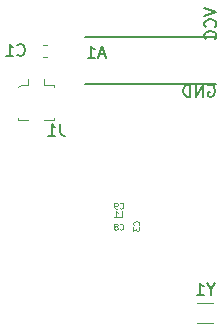
<source format=gbo>
G04 #@! TF.GenerationSoftware,KiCad,Pcbnew,5.0.0+dfsg1-2*
G04 #@! TF.CreationDate,2018-09-16T15:45:03-04:00*
G04 #@! TF.ProjectId,goodwatch30,676F6F64776174636833302E6B696361,30*
G04 #@! TF.SameCoordinates,Original*
G04 #@! TF.FileFunction,Legend,Bot*
G04 #@! TF.FilePolarity,Positive*
%FSLAX46Y46*%
G04 Gerber Fmt 4.6, Leading zero omitted, Abs format (unit mm)*
G04 Created by KiCad (PCBNEW 5.0.0+dfsg1-2) date Sun Sep 16 15:45:03 2018*
%MOMM*%
%LPD*%
G01*
G04 APERTURE LIST*
%ADD10C,0.120000*%
%ADD11C,0.150000*%
%ADD12C,0.125000*%
G04 APERTURE END LIST*
D10*
G04 #@! TO.C,J1*
X100500000Y-65550000D02*
X100500000Y-65050000D01*
X99100000Y-65550000D02*
X99100000Y-65050000D01*
X99100000Y-65550000D02*
X98500000Y-65550000D01*
X98500000Y-65550000D02*
X98300000Y-65750000D01*
X101300000Y-65750000D02*
X101300000Y-65550000D01*
X101300000Y-65550000D02*
X100500000Y-65550000D01*
X100500000Y-68550000D02*
X101300000Y-68550000D01*
X101300000Y-68550000D02*
X101300000Y-68350000D01*
X98300000Y-68350000D02*
X98300000Y-68550000D01*
X98300000Y-68550000D02*
X99100000Y-68550000D01*
D11*
G04 #@! TO.C,A1*
X103900000Y-65500000D02*
X115000000Y-65500000D01*
X103900000Y-61500000D02*
X115000000Y-61500000D01*
D10*
G04 #@! TO.C,C1*
X100374221Y-63161000D02*
X100699779Y-63161000D01*
X100374221Y-62141000D02*
X100699779Y-62141000D01*
G04 #@! TO.C,Y1*
X114801000Y-85751000D02*
X113451000Y-85751000D01*
X114801000Y-84001000D02*
X113451000Y-84001000D01*
G04 #@! TO.C,C8*
D12*
X106883333Y-77778571D02*
X106907142Y-77802380D01*
X106978571Y-77826190D01*
X107026190Y-77826190D01*
X107097619Y-77802380D01*
X107145238Y-77754761D01*
X107169047Y-77707142D01*
X107192857Y-77611904D01*
X107192857Y-77540476D01*
X107169047Y-77445238D01*
X107145238Y-77397619D01*
X107097619Y-77350000D01*
X107026190Y-77326190D01*
X106978571Y-77326190D01*
X106907142Y-77350000D01*
X106883333Y-77373809D01*
X106597619Y-77540476D02*
X106645238Y-77516666D01*
X106669047Y-77492857D01*
X106692857Y-77445238D01*
X106692857Y-77421428D01*
X106669047Y-77373809D01*
X106645238Y-77350000D01*
X106597619Y-77326190D01*
X106502380Y-77326190D01*
X106454761Y-77350000D01*
X106430952Y-77373809D01*
X106407142Y-77421428D01*
X106407142Y-77445238D01*
X106430952Y-77492857D01*
X106454761Y-77516666D01*
X106502380Y-77540476D01*
X106597619Y-77540476D01*
X106645238Y-77564285D01*
X106669047Y-77588095D01*
X106692857Y-77635714D01*
X106692857Y-77730952D01*
X106669047Y-77778571D01*
X106645238Y-77802380D01*
X106597619Y-77826190D01*
X106502380Y-77826190D01*
X106454761Y-77802380D01*
X106430952Y-77778571D01*
X106407142Y-77730952D01*
X106407142Y-77635714D01*
X106430952Y-77588095D01*
X106454761Y-77564285D01*
X106502380Y-77540476D01*
G04 #@! TO.C,C9*
X106883333Y-75978571D02*
X106907142Y-76002380D01*
X106978571Y-76026190D01*
X107026190Y-76026190D01*
X107097619Y-76002380D01*
X107145238Y-75954761D01*
X107169047Y-75907142D01*
X107192857Y-75811904D01*
X107192857Y-75740476D01*
X107169047Y-75645238D01*
X107145238Y-75597619D01*
X107097619Y-75550000D01*
X107026190Y-75526190D01*
X106978571Y-75526190D01*
X106907142Y-75550000D01*
X106883333Y-75573809D01*
X106645238Y-76026190D02*
X106550000Y-76026190D01*
X106502380Y-76002380D01*
X106478571Y-75978571D01*
X106430952Y-75907142D01*
X106407142Y-75811904D01*
X106407142Y-75621428D01*
X106430952Y-75573809D01*
X106454761Y-75550000D01*
X106502380Y-75526190D01*
X106597619Y-75526190D01*
X106645238Y-75550000D01*
X106669047Y-75573809D01*
X106692857Y-75621428D01*
X106692857Y-75740476D01*
X106669047Y-75788095D01*
X106645238Y-75811904D01*
X106597619Y-75835714D01*
X106502380Y-75835714D01*
X106454761Y-75811904D01*
X106430952Y-75788095D01*
X106407142Y-75740476D01*
G04 #@! TO.C,C3*
X108478571Y-77416666D02*
X108502380Y-77392857D01*
X108526190Y-77321428D01*
X108526190Y-77273809D01*
X108502380Y-77202380D01*
X108454761Y-77154761D01*
X108407142Y-77130952D01*
X108311904Y-77107142D01*
X108240476Y-77107142D01*
X108145238Y-77130952D01*
X108097619Y-77154761D01*
X108050000Y-77202380D01*
X108026190Y-77273809D01*
X108026190Y-77321428D01*
X108050000Y-77392857D01*
X108073809Y-77416666D01*
X108026190Y-77583333D02*
X108026190Y-77892857D01*
X108216666Y-77726190D01*
X108216666Y-77797619D01*
X108240476Y-77845238D01*
X108264285Y-77869047D01*
X108311904Y-77892857D01*
X108430952Y-77892857D01*
X108478571Y-77869047D01*
X108502380Y-77845238D01*
X108526190Y-77797619D01*
X108526190Y-77654761D01*
X108502380Y-77607142D01*
X108478571Y-77583333D01*
G04 #@! TO.C,BRD1*
D11*
X114052380Y-59066666D02*
X115052380Y-59400000D01*
X114052380Y-59733333D01*
X114957142Y-60638095D02*
X115004761Y-60590476D01*
X115052380Y-60447619D01*
X115052380Y-60352380D01*
X115004761Y-60209523D01*
X114909523Y-60114285D01*
X114814285Y-60066666D01*
X114623809Y-60019047D01*
X114480952Y-60019047D01*
X114290476Y-60066666D01*
X114195238Y-60114285D01*
X114100000Y-60209523D01*
X114052380Y-60352380D01*
X114052380Y-60447619D01*
X114100000Y-60590476D01*
X114147619Y-60638095D01*
X114957142Y-61638095D02*
X115004761Y-61590476D01*
X115052380Y-61447619D01*
X115052380Y-61352380D01*
X115004761Y-61209523D01*
X114909523Y-61114285D01*
X114814285Y-61066666D01*
X114623809Y-61019047D01*
X114480952Y-61019047D01*
X114290476Y-61066666D01*
X114195238Y-61114285D01*
X114100000Y-61209523D01*
X114052380Y-61352380D01*
X114052380Y-61447619D01*
X114100000Y-61590476D01*
X114147619Y-61638095D01*
X114361904Y-65600000D02*
X114457142Y-65552380D01*
X114600000Y-65552380D01*
X114742857Y-65600000D01*
X114838095Y-65695238D01*
X114885714Y-65790476D01*
X114933333Y-65980952D01*
X114933333Y-66123809D01*
X114885714Y-66314285D01*
X114838095Y-66409523D01*
X114742857Y-66504761D01*
X114600000Y-66552380D01*
X114504761Y-66552380D01*
X114361904Y-66504761D01*
X114314285Y-66457142D01*
X114314285Y-66123809D01*
X114504761Y-66123809D01*
X113885714Y-66552380D02*
X113885714Y-65552380D01*
X113314285Y-66552380D01*
X113314285Y-65552380D01*
X112838095Y-66552380D02*
X112838095Y-65552380D01*
X112600000Y-65552380D01*
X112457142Y-65600000D01*
X112361904Y-65695238D01*
X112314285Y-65790476D01*
X112266666Y-65980952D01*
X112266666Y-66123809D01*
X112314285Y-66314285D01*
X112361904Y-66409523D01*
X112457142Y-66504761D01*
X112600000Y-66552380D01*
X112838095Y-66552380D01*
G04 #@! TO.C,J1*
X101833333Y-68852380D02*
X101833333Y-69566666D01*
X101880952Y-69709523D01*
X101976190Y-69804761D01*
X102119047Y-69852380D01*
X102214285Y-69852380D01*
X100833333Y-69852380D02*
X101404761Y-69852380D01*
X101119047Y-69852380D02*
X101119047Y-68852380D01*
X101214285Y-68995238D01*
X101309523Y-69090476D01*
X101404761Y-69138095D01*
G04 #@! TO.C,A1*
X105614285Y-62966666D02*
X105138095Y-62966666D01*
X105709523Y-63252380D02*
X105376190Y-62252380D01*
X105042857Y-63252380D01*
X104185714Y-63252380D02*
X104757142Y-63252380D01*
X104471428Y-63252380D02*
X104471428Y-62252380D01*
X104566666Y-62395238D01*
X104661904Y-62490476D01*
X104757142Y-62538095D01*
G04 #@! TO.C,C1*
X98216666Y-63007142D02*
X98264285Y-63054761D01*
X98407142Y-63102380D01*
X98502380Y-63102380D01*
X98645238Y-63054761D01*
X98740476Y-62959523D01*
X98788095Y-62864285D01*
X98835714Y-62673809D01*
X98835714Y-62530952D01*
X98788095Y-62340476D01*
X98740476Y-62245238D01*
X98645238Y-62150000D01*
X98502380Y-62102380D01*
X98407142Y-62102380D01*
X98264285Y-62150000D01*
X98216666Y-62197619D01*
X97264285Y-63102380D02*
X97835714Y-63102380D01*
X97550000Y-63102380D02*
X97550000Y-62102380D01*
X97645238Y-62245238D01*
X97740476Y-62340476D01*
X97835714Y-62388095D01*
G04 #@! TO.C,L1*
D12*
X106835333Y-76726190D02*
X107073428Y-76726190D01*
X107073428Y-76226190D01*
X106406761Y-76726190D02*
X106692476Y-76726190D01*
X106549619Y-76726190D02*
X106549619Y-76226190D01*
X106597238Y-76297619D01*
X106644857Y-76345238D01*
X106692476Y-76369047D01*
G04 #@! TO.C,Y1*
D11*
X114602190Y-82852190D02*
X114602190Y-83328380D01*
X114935523Y-82328380D02*
X114602190Y-82852190D01*
X114268857Y-82328380D01*
X113411714Y-83328380D02*
X113983142Y-83328380D01*
X113697428Y-83328380D02*
X113697428Y-82328380D01*
X113792666Y-82471238D01*
X113887904Y-82566476D01*
X113983142Y-82614095D01*
G04 #@! TD*
M02*

</source>
